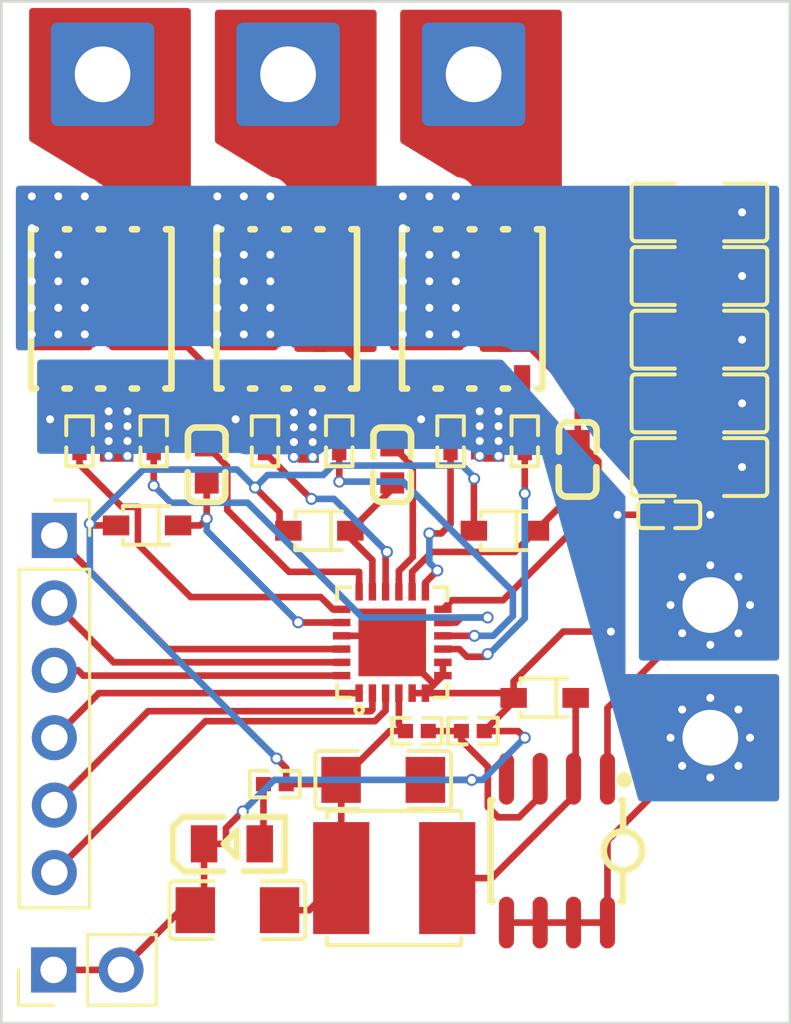
<source format=kicad_pcb>
(kicad_pcb (version 20221018) (generator pcbnew)
  (layers (0 "F.Cu" signal) (31 "B.Cu" signal) (34 "B.Paste" user) (35 "F.Paste" user) (36 "B.SilkS" user "B.Silkscreen") (37 "F.SilkS" user "F.Silkscreen") (38 "B.Mask" user) (39 "F.Mask" user) (44 "Edge.Cuts" user))
  (net 0 "")
  (net 1 "/12V")
  (net 2 "/VS1")
  (net 3 "/VS2")
  (net 4 "/VS3")
  (net 5 "/GND")
  (net 6 "/HV_IN")
  (net 7 "Net-(D1-K)")
  (net 8 "/LOR1")
  (net 9 "/HOR1")
  (net 10 "/LOR2")
  (net 11 "/HOR2")
  (net 12 "/LOR3")
  (net 13 "/HOR3")
  (net 14 "Net-(U7-FB)")
  (net 15 "/PWM_CH3N")
  (net 16 "/PWM_CH2N")
  (net 17 "/PWM_CH1N")
  (net 18 "/PWM_CH3")
  (net 19 "/PWM_CH2")
  (net 20 "/PWM_CH1")
  (net 22 "/VB1")
  (net 23 "/VB2")
  (net 24 "/VB3")
  (net 25 "Net-(LED1-+)")
  (net 26 "Net-(U1-LO3)")
  (net 27 "Net-(U1-LO2)")
  (net 28 "Net-(U1-LO1)")
  (net 29 "Net-(U1-HO2)")
  (net 30 "Net-(U1-HO1)")
  (net 31 "Net-(U1-HO3)")
  (footprint "my_lib:C0603" (layer "F.Cu") (at 161 96.505 90)
    (fp_text reference "C4" hide)
    (fp_text value "470nF" hide)
  )
  (footprint "my_lib:LED0805-R-RD" (layer "F.Cu") (at 147.95 111)
    (fp_text reference "LED1" hide)
    (fp_text value "FC-2012HRK-620D" hide)
  )
  (footprint "my_lib:C1206" (layer "F.Cu") (at 165.59 89.6 180)
    (fp_text reference "C13" hide)
    (fp_text value "10uF" hide)
  )
  (footprint "my_lib:C0603" (layer "F.Cu") (at 154 96.7 90)
    (fp_text reference "C3" hide)
    (fp_text value "470nF" hide)
  )
  (footprint "my_lib:C0603" (layer "F.Cu") (at 147 96.7 90)
    (fp_text reference "C2" hide)
    (fp_text value "470nF" hide)
  )
  (footprint "my_lib:DFN-8_L5.5-W5.2-P1.27-LS6.0-BL-EP2" (layer "F.Cu") (at 157 92)
    (fp_text reference "Q3" hide)
    (fp_text value "SE3082G" hide)
  )
  (footprint "Connector_Wire:SolderWire-1.5sqmm_1x01_D1.7mm_OD3.9mm" (layer "F.Cu") (at 166 107)
    (fp_text reference "J5" hide)
    (fp_text value "GND" hide)
  )
  (footprint "Connector_Wire:SolderWire-1.5sqmm_1x01_D1.7mm_OD3.9mm" (layer "F.Cu") (at 157.07 82)
    (fp_text reference "J3" hide)
    (fp_text value "VOUT_VS3" hide)
  )
  (footprint "Connector_Wire:SolderWire-1.5sqmm_1x01_D1.7mm_OD3.9mm" (layer "F.Cu") (at 150.07 82)
    (fp_text reference "J2" hide)
    (fp_text value "VOUT_VS2" hide)
  )
  (footprint "my_lib:R0402" (layer "F.Cu") (at 159 95.83 90)
    (fp_text reference "R3" hide)
    (fp_text value "22R" hide)
  )
  (footprint "my_lib:C1206" (layer "F.Cu") (at 165.59 94.4 180)
    (fp_text reference "C11" hide)
    (fp_text value "10uF" hide)
  )
  (footprint "my_lib:SOD-323_L1.8-W1.3-LS2.5-RD" (layer "F.Cu") (at 144.75 99 180)
    (fp_text reference "D2" hide)
    (fp_text value "1N5819WS" hide)
  )
  (footprint "my_lib:SOD-323_L1.8-W1.3-LS2.5-RD" (layer "F.Cu") (at 151.25 99.2 180)
    (fp_text reference "D3" hide)
    (fp_text value "1N5819WS" hide)
  )
  (footprint "my_lib:IND-SMD_L5.0-W5.0" (layer "F.Cu") (at 154.075 112.29)
    (fp_text reference "L2" hide)
    (fp_text value "100uH" hide)
  )
  (footprint "my_lib:R0402" (layer "F.Cu") (at 142.2 95.83 -90)
    (fp_text reference "R9" hide)
    (fp_text value "22R" hide)
  )
  (footprint "my_lib:R0402" (layer "F.Cu") (at 154.93 106.75)
    (fp_text reference "R4" hide)
    (fp_text value "8.2kR" hide)
  )
  (footprint "my_lib:R0402" (layer "F.Cu") (at 156.2 95.83 90)
    (fp_text reference "R10" hide)
    (fp_text value "22R" hide)
  )
  (footprint "my_lib:C1206" (layer "F.Cu") (at 165.59 92 180)
    (fp_text reference "C12" hide)
    (fp_text value "10uF" hide)
  )
  (footprint "my_lib:R0402" (layer "F.Cu") (at 152 95.83 90)
    (fp_text reference "R6" hide)
    (fp_text value "22R" hide)
  )
  (footprint "my_lib:C0402" (layer "F.Cu") (at 164.45 98.6 180)
    (fp_text reference "C17" hide)
    (fp_text value "100nF" hide)
  )
  (footprint "my_lib:R0402" (layer "F.Cu") (at 145 95.83 90)
    (fp_text reference "R7" hide)
    (fp_text value "22R" hide)
  )
  (footprint "my_lib:R0402" (layer "F.Cu") (at 149.2 95.83 90)
    (fp_text reference "R8" hide)
    (fp_text value "22R" hide)
  )
  (footprint "my_lib:C1206" (layer "F.Cu") (at 148.16 113.5 180)
    (fp_text reference "C5" hide)
    (fp_text value "10uF" hide)
  )
  (footprint "my_lib:C1206" (layer "F.Cu") (at 165.59 87.2 180)
    (fp_text reference "C14" hide)
    (fp_text value "10uF" hide)
  )
  (footprint "Connector_Wire:SolderWire-1.5sqmm_1x01_D1.7mm_OD3.9mm" (layer "F.Cu") (at 166 102)
    (fp_text reference "J4" hide)
    (fp_text value "HV_IN" hide)
  )
  (footprint "my_lib:DFN-8_L5.5-W5.2-P1.27-LS6.0-BL-EP2" (layer "F.Cu") (at 143 92)
    (fp_text reference "Q1" hide)
    (fp_text value "SE3082G" hide)
  )
  (footprint "my_lib:QFN-24_L4.0-W4.0-P0.50-BL-EP2.6" (layer "F.Cu") (at 154 103.41)
    (fp_text reference "U1" hide)
    (fp_text value "FD6288Q_C328453" hide)
  )
  (footprint "Connector_Wire:SolderWire-1.5sqmm_1x01_D1.7mm_OD3.9mm" (layer "F.Cu") (at 143.07 82)
    (fp_text reference "J1" hide)
    (fp_text value "VOUT_VS1" hide)
  )
  (footprint "Connector_PinHeader_2.54mm:PinHeader_1x02_P2.54mm_Vertical" (layer "F.Cu") (at 141.225 115.75 90)
    (fp_text reference "J7" hide)
    (fp_text value "Conn_01x02" hide)
  )
  (footprint "my_lib:SOIC-8_L5.0-W4.0-P1.27-LS6.0-BL" (layer "F.Cu") (at 160.21 111.2575 180)
    (fp_text reference "U7" hide)
    (fp_text value "XL1509-ADJE1" hide)
  )
  (footprint "my_lib:R0402" (layer "F.Cu") (at 157.04 106.75)
    (fp_text reference "R5" hide)
    (fp_text value "1kR" hide)
  )
  (footprint "my_lib:SOD-323_L1.8-W1.3-LS2.5-RD" (layer "F.Cu") (at 158.25 99.2 180)
    (fp_text reference "D4" hide)
    (fp_text value "1N5819WS" hide)
  )
  (footprint "my_lib:DFN-8_L5.5-W5.2-P1.27-LS6.0-BL-EP2" (layer "F.Cu") (at 150 92)
    (fp_text reference "Q2" hide)
    (fp_text value "SE3082G" hide)
  )
  (footprint "my_lib:C1206" (layer "F.Cu") (at 165.59 96.8 180)
    (fp_text reference "C10" hide)
    (fp_text value "10uF" hide)
  )
  (footprint "my_lib:C1206" (layer "F.Cu") (at 153.66 108.59 180)
    (fp_text reference "C24" hide)
    (fp_text value "22uF" hide)
  )
  (footprint "Connector_PinSocket_2.54mm:PinSocket_1x06_P2.54mm_Vertical" (layer "F.Cu") (at 141.25 99.38)
    (fp_text reference "J6" hide)
    (fp_text value "Conn_01x06_Pin" hide)
  )
  (footprint "my_lib:R0402" (layer "F.Cu") (at 149.57 108.75 180)
    (fp_text reference "R1" hide)
    (fp_text value "510R" hide)
  )
  (footprint "my_lib:SOD-323_L1.8-W1.3-LS2.5-RD" (layer "F.Cu") (at 159.75 105.5 180)
    (fp_text reference "D1" hide)
    (fp_text value "1N5819WS" hide)
  )
  (gr_rect (start 139.25 79.25) (end 169 117.75) (stroke (width 0.1)) (fill none) (layer "Edge.Cuts"))
  (segment (start 152.075 112.29) (end 150.865 113.5) (width 0.25) (layer "F.Cu") (net 1))
  (segment (start 152.075 108.595) (end 152.07 108.59) (width 0.25) (layer "F.Cu") (net 1))
  (segment (start 151.91 108.75) (end 152.07 108.59) (width 0.25) (layer "F.Cu") (net 1))
  (segment (start 149.6338 107.7825) (end 150 108.1487) (width 0.25) (layer "F.Cu") (net 1))
  (segment (start 142.6906 98.9375) (end 142.7531 99) (width 0.25) (layer "F.Cu") (net 1))
  (segment (start 149.7472 98.8672) (end 150.08 99.2) (width 0.25) (layer "F.Cu") (net 1))
  (segment (start 152.075 112.29) (end 152.075 108.595) (width 0.25) (layer "F.Cu") (net 1))
  (segment (start 153.91 106.75) (end 154.5 106.75) (width 0.25) (layer "F.Cu") (net 1))
  (segment (start 150 108.1487) (end 150 108.75) (width 0.25) (layer "F.Cu") (net 1))
  (segment (start 152.07 108.59) (end 153.91 106.75) (width 0.25) (layer "F.Cu") (net 1))
  (segment (start 157.08 99.2) (end 157.08 97.26) (width 0.25) (layer "F.Cu") (net 1))
  (segment (start 143.58 99) (end 142.7531 99) (width 0.25) (layer "F.Cu") (net 1))
  (segment (start 148.8224 97.5733) (end 149.7472 98.4981) (width 0.25) (layer "F.Cu") (net 1))
  (segment (start 154.25 105.32) (end 154.25 106.5) (width 0.25) (layer "F.Cu") (net 1))
  (segment (start 150 108.75) (end 151.91 108.75) (width 0.25) (layer "F.Cu") (net 1))
  (segment (start 154.25 106.5) (end 154.5 106.75) (width 0.25) (layer "F.Cu") (net 1))
  (segment (start 149.7472 98.4981) (end 149.7472 98.8672) (width 0.25) (layer "F.Cu") (net 1))
  (segment (start 150.865 113.5) (end 149.75 113.5) (width 0.25) (layer "F.Cu") (net 1))
  (segment (start 142.59 98.9375) (end 142.6906 98.9375) (width 0.25) (layer "F.Cu") (net 1))
  (via (at 142.59 98.9375) (size 0.45) (drill 0.3) (layers "F.Cu" "B.Cu") (net 1))
  (via (at 148.8224 97.5733) (size 0.45) (drill 0.3) (layers "F.Cu" "B.Cu") (net 1))
  (via (at 157.09 97.24) (size 0.45) (drill 0.3) (layers "F.Cu" "B.Cu") (net 1))
  (via (at 149.6338 107.7825) (size 0.45) (drill 0.3) (layers "F.Cu" "B.Cu") (net 1))
  (segment (start 157.08 97.18) (end 156.645 96.745) (width 0.25) (layer "B.Cu") (net 1))
  (segment (start 144.605 96.895) (end 148.1441 96.895) (width 0.25) (layer "B.Cu") (net 1))
  (segment (start 156.645 96.745) (end 151.7494 96.745) (width 0.25) (layer "B.Cu") (net 1))
  (segment (start 142.59 100.7387) (end 142.59 98.9375) (width 0.25) (layer "B.Cu") (net 1))
  (segment (start 149.2957 97.1) (end 148.8224 97.5733) (width 0.25) (layer "B.Cu") (net 1))
  (segment (start 157.09 97.24) (end 157.08 97.25) (width 0.25) (layer "B.Cu") (net 1))
  (segment (start 157.08 97.23) (end 157.08 97.18) (width 0.25) (layer "B.Cu") (net 1))
  (segment (start 148.1441 96.895) (end 148.8224 97.5733) (width 0.25) (layer "B.Cu") (net 1))
  (segment (start 151.3944 97.1) (end 149.2957 97.1) (width 0.25) (layer "B.Cu") (net 1))
  (segment (start 149.6338 107.7825) (end 142.59 100.7387) (width 0.25) (layer "B.Cu") (net 1))
  (segment (start 151.7494 96.745) (end 151.3944 97.1) (width 0.25) (layer "B.Cu") (net 1))
  (segment (start 142.59 98.9375) (end 142.59 98.91) (width 0.25) (layer "B.Cu") (net 1))
  (segment (start 157.08 97.25) (end 157.08 97.27) (width 0.25) (layer "B.Cu") (net 1))
  (segment (start 157.09 97.24) (end 157.08 97.23) (width 0.25) (layer "B.Cu") (net 1))
  (segment (start 142.59 98.91) (end 144.605 96.895) (width 0.25) (layer "B.Cu") (net 1))
  (segment (start 152.75 101.5) (end 152.75 100.75) (width 0.25) (layer "F.Cu") (net 2))
  (segment (start 147 96) (end 147 93) (width 0.25) (layer "F.Cu") (net 2))
  (segment (start 147 96) (end 147.05 96) (width 0.25) (layer "F.Cu") (net 2))
  (segment (start 147 96) (end 147 96.0556) (width 0.25) (layer "F.Cu") (net 2))
  (segment (start 152.75 100.75) (end 150.105 100.75) (width 0.25) (layer "F.Cu") (net 2))
  (segment (start 150.105 100.75) (end 147.775 98.42) (width 0.25) (layer "F.Cu") (net 2))
  (segment (start 147 93) (end 146 92) (width 0.25) (layer "F.Cu") (net 2))
  (segment (start 147.775 98.42) (end 147.775 96.775) (width 0.25) (layer "F.Cu") (net 2))
  (segment (start 147.775 96.775) (end 147 96) (width 0.25) (layer "F.Cu") (net 2))
  (segment (start 154.775 100.192) (end 154.25 100.717) (width 0.25) (layer "F.Cu") (net 3))
  (segment (start 154 96) (end 153.9 96) (width 0.25) (layer "F.Cu") (net 3))
  (segment (start 154 94.105) (end 151.895 92) (width 0.25) (layer "F.Cu") (net 3))
  (segment (start 154 96) (end 154 94.105) (width 0.25) (layer "F.Cu") (net 3))
  (segment (start 154.775 96.775) (end 154.775 100.192) (width 0.25) (layer "F.Cu") (net 3))
  (segment (start 154.25 100.717) (end 154.25 101.5) (width 0.25) (layer "F.Cu") (net 3))
  (segment (start 154 96) (end 154.775 96.775) (width 0.25) (layer "F.Cu") (net 3))
  (segment (start 161 95.805) (end 160.695 95.805) (width 0.25) (layer "F.Cu") (net 4))
  (segment (start 158.18 101.82) (end 156.25 101.82) (width 0.25) (layer "F.Cu") (net 4))
  (segment (start 161.775 96.58) (end 161.775 98.225) (width 0.25) (layer "F.Cu") (net 4))
  (segment (start 161 94.105) (end 158.895 92) (width 0.25) (layer "F.Cu") (net 4))
  (segment (start 161.775 98.225) (end 158.18 101.82) (width 0.25) (layer "F.Cu") (net 4))
  (segment (start 156.25 101.82) (end 155.91 102.16) (width 0.25) (layer "F.Cu") (net 4))
  (segment (start 161 95.805) (end 161.775 96.58) (width 0.25) (layer "F.Cu") (net 4))
  (segment (start 161 95.805) (end 161 94.105) (width 0.25) (layer "F.Cu") (net 4))
  (segment (start 155.25 108.59) (end 157 108.59) (width 0.25) (layer "F.Cu") (net 5))
  (segment (start 157.47 106.75) (end 158.75 106.75) (width 0.25) (layer "F.Cu") (net 5))
  (segment (start 158.31 113.968) (end 158.3105 113.968) (width 0.25) (layer "F.Cu") (net 5))
  (segment (start 164 92) (end 164 90.8081) (width 0.25) (layer "F.Cu") (net 5))
  (segment (start 163.9 95.7108) (end 164 95.8108) (width 0.25) (layer "F.Cu") (net 5))
  (segment (start 164 89.1077) (end 164 89.6) (width 0.25) (layer "F.Cu") (net 5))
  (segment (start 160.8405 113.968) (end 162.12 113.968) (width 0.25) (layer "F.Cu") (net 5))
  (segment (start 146.015 113.5) (end 143.765 115.75) (width 0.25) (layer "F.Cu") (net 5))
  (segment (start 164.939 108.061) (end 166 107) (width 0.25) (layer "F.Cu") (net 5))
  (segment (start 162.12 113.968) (end 162.12 113.9675) (width 0.25) (layer "F.Cu") (net 5))
  (segment (start 162.12 113.9675) (end 162.12 110.88) (width 0.25) (layer "F.Cu") (net 5))
  (segment (start 146.9 111) (end 146.9 113.17) (width 0.25) (layer "F.Cu") (net 5))
  (segment (start 148.09 93.66) (end 148.09 95) (width 0.25) (layer "F.Cu") (net 5))
  (segment (start 146.9 113.17) (end 146.57 113.5) (width 0.25) (layer "F.Cu") (net 5))
  (segment (start 163.9 90.7155) (end 163.9 89.0077) (width 0.25) (layer "F.Cu") (net 5))
  (segment (start 146.57 113.5) (end 146.015 113.5) (width 0.25) (layer "F.Cu") (net 5))
  (segment (start 158.58 105.5) (end 158.58 105.64) (width 0.25) (layer "F.Cu") (net 5))
  (segment (start 163.9 90.7155) (end 163.9926 90.8081) (width 0.25) (layer "F.Cu") (net 5))
  (segment (start 155.09 93.66) (end 155.09 95) (width 0.25) (layer "F.Cu") (net 5))
  (segment (start 146.9 111) (end 147.7269 111) (width 0.25) (layer "F.Cu") (net 5))
  (segment (start 162.12 110.88) (end 164.939 108.061) (width 0.25) (layer "F.Cu") (net 5))
  (segment (start 158.4 105.32) (end 158.58 105.5) (width 0.25) (layer "F.Cu") (net 5))
  (segment (start 141.09 93.66) (end 141.09 95) (width 0.25) (layer "F.Cu") (net 5))
  (segment (start 158.58 104.875) (end 160.455 103) (width 0.25) (layer "F.Cu") (net 5))
  (segment (start 152.09 103.16) (end 153.75 103.16) (width 0.25) (layer "F.Cu") (net 5))
  (segment (start 141.225 115.75) (end 143.765 115.75) (width 0.25) (layer "F.Cu") (net 5))
  (segment (start 155.25 105.32) (end 155.64 105.32) (width 0.25) (layer "F.Cu") (net 5))
  (segment (start 154 103.41) (end 155.535 104.945) (width 0.25) (layer "F.Cu") (net 5))
  (segment (start 163.9926 90.8081) (end 164 90.8081) (width 0.25) (layer "F.Cu") (net 5))
  (segment (start 158.58 105.64) (end 157.47 106.75) (width 0.25) (layer "F.Cu") (net 5))
  (segment (start 147.7269 110.4092) (end 147.7269 111) (width 0.25) (layer "F.Cu") (net 5))
  (segment (start 155.64 105.32) (end 158.4 105.32) (width 0.25) (layer "F.Cu") (net 5))
  (segment (start 155.535 105.035) (end 155.91 104.66) (width 0.25) (layer "F.Cu") (net 5))
  (segment (start 162.5 98.6) (end 163.9 98.6) (width 0.25) (layer "F.Cu") (net 5))
  (segment (start 167.5 108.5) (end 166 107) (width 0.25) (layer "F.Cu") (net 5))
  (segment (start 159.5795 113.968) (end 159.58 113.9675) (width 0.25) (layer "F.Cu") (net 5))
  (segment (start 163.9 89.0077) (end 163.9 87.3) (width 0.25) (layer "F.Cu") (net 5))
  (segment (start 154 103.41) (end 154.01 103.41) (width 0.25) (layer "F.Cu") (net 5))
  (segment (start 160.455 103) (end 162.25 103) (width 0.25) (layer "F.Cu") (net 5))
  (segment (start 163.9 95.7108) (end 163.9 93.1918) (width 0.25) (layer "F.Cu") (net 5))
  (segment (start 158.3105 113.968) (end 158.31 113.9675) (width 0.25) (layer "F.Cu") (net 5))
  (segment (start 158.75 106.75) (end 159 107) (width 0.25) (layer "F.Cu") (net 5))
  (segment (start 159.5795 113.968) (end 160.8405 113.968) (width 0.25) (layer "F.Cu") (net 5))
  (segment (start 163.9 98.6) (end 163.9 95.7108) (width 0.25) (layer "F.Cu") (net 5))
  (segment (start 155.25 105.32) (end 155.535 105.035) (width 0.25) (layer "F.Cu") (net 5))
  (segment (start 163.9163 93.2081) (end 164 93.2081) (width 0.25) (layer "F.Cu") (net 5))
  (segment (start 155.25 105.32) (end 154.75 105.32) (width 0.25) (layer "F.Cu") (net 5))
  (segment (start 155.91 104.16) (end 155.91 104.66) (width 0.25) (layer "F.Cu") (net 5))
  (segment (start 163.9 87.3) (end 164 87.2) (width 0.25) (layer "F.Cu") (net 5))
  (segment (start 164 95.8108) (end 164 96.8) (width 0.25) (layer "F.Cu") (net 5))
  (segment (start 164 94.4) (end 164 93.2081) (width 0.25) (layer "F.Cu") (net 5))
  (segment (start 164.96 108.081) (end 164.939 108.061) (width 0.25) (layer "F.Cu") (net 5))
  (segment (start 163.9 93.1918) (end 163.9 90.7155) (width 0.25) (layer "F.Cu") (net 5))
  (segment (start 158.3105 113.968) (end 159.5795 113.968) (width 0.25) (layer "F.Cu") (net 5))
  (segment (start 163.9 89.0077) (end 164 89.1077) (width 0.25) (layer "F.Cu") (net 5))
  (segment (start 158.58 105.5) (end 158.58 104.875) (width 0.25) (layer "F.Cu") (net 5))
  (segment (start 148.3611 109.775) (end 147.7269 110.4092) (width 0.25) (layer "F.Cu") (net 5))
  (segment (start 153.75 103.16) (end 154 103.41) (width 0.25) (layer "F.Cu") (net 5))
  (segment (start 163.9 93.1918) (end 163.9163 93.2081) (width 0.25) (layer "F.Cu") (net 5))
  (segment (start 155.535 104.945) (end 155.535 105.035) (width 0.25) (layer "F.Cu") (net 5))
  (segment (start 155.25 105.32) (end 155.64 105.32) (width 0.25) (layer "F.Cu") (net 5))
  (segment (start 160.8405 113.968) (end 160.84 113.9675) (width 0.25) (layer "F.Cu") (net 5))
  (via (at 164.5 107) (size 0.45) (drill 0.3) (layers "F.Cu" "B.Cu") (net 5))
  (via (at 143.3 96.38) (size 0.45) (drill 0.3) (layers "F.Cu" "B.Cu") (net 5))
  (via (at 151 96.42) (size 0.45) (drill 0.3) (layers "F.Cu" "B.Cu") (net 5))
  (via (at 162.5 98.6) (size 0.45) (drill 0.3) (layers "F.Cu" "B.Cu") (net 5))
  (via (at 157.3 94.7) (size 0.45) (drill 0.3) (layers "F.Cu" "B.Cu") (net 5))
  (via (at 150.29 94.74) (size 0.45) (drill 0.3) (layers "F.Cu" "B.Cu") (net 5))
  (via (at 157 108.59) (size 0.45) (drill 0.3) (layers "F.Cu" "B.Cu") (net 5))
  (via (at 157.3 95.82) (size 0.45) (drill 0.3) (layers "F.Cu" "B.Cu") (net 5))
  (via (at 144.01 95.82) (size 0.45) (drill 0.3) (layers "F.Cu" "B.Cu") (net 5))
  (via (at 148.3611 109.775) (size 0.45) (drill 0.3) (layers "F.Cu" "B.Cu") (net 5))
  (via (at 166 108.5) (size 0.45) (drill 0.3) (layers "F.Cu" "B.Cu") (net 5))
  (via (at 155.09 95) (size 0.45) (drill 0.3) (layers "F.Cu" "B.Cu") (net 5))
  (via (at 164.939 105.939) (size 0.45) (drill 0.3) (layers "F.Cu" "B.Cu") (net 5))
  (via (at 150.29 95.3) (size 0.45) (drill 0.3) (layers "F.Cu" "B.Cu") (net 5))
  (via (at 143.3 94.7) (size 0.45) (drill 0.3) (layers "F.Cu" "B.Cu") (net 5))
  (via (at 167.5 107) (size 0.45) (drill 0.3) (layers "F.Cu" "B.Cu") (net 5))
  (via (at 141.09 95) (size 0.45) (drill 0.3) (layers "F.Cu" "B.Cu") (net 5))
  (via (at 158.01 95.26) (size 0.45) (drill 0.3) (layers "F.Cu" "B.Cu") (net 5))
  (via (at 164.939 108.061) (size 0.45) (drill 0.3) (layers "F.Cu" "B.Cu") (net 5))
  (via (at 166 105.5) (size 0.45) (drill 0.3) (layers "F.Cu" "B.Cu") (net 5))
  (via (at 150.29 95.86) (size 0.45) (drill 0.3) (layers "F.Cu" "B.Cu") (net 5))
  (via (at 151 95.86) (size 0.45) (drill 0.3) (layers "F.Cu" "B.Cu") (net 5))
  (via (at 143.3 95.82) (size 0.45) (drill 0.3) (layers "F.Cu" "B.Cu") (net 5))
  (via (at 143.3 95.26) (size 0.45) (drill 0.3) (layers "F.Cu" "B.Cu") (net 5))
  (via (at 148.09 95) (size 0.45) (drill 0.3) (layers "F.Cu" "B.Cu") (net 5))
  (via (at 157.3 95.26) (size 0.45) (drill 0.3) (layers "F.Cu" "B.Cu") (net 5))
  (via (at 158.01 94.7) (size 0.45) (drill 0.3) (layers "F.Cu" "B.Cu") (net 5))
  (via (at 144.01 96.38) (size 0.45) (drill 0.3) (layers "F.Cu" "B.Cu") (net 5))
  (via (at 150.29 96.42) (size 0.45) (drill 0.3) (layers "F.Cu" "B.Cu") (net 5))
  (via (at 157.3 96.38) (size 0.45) (drill 0.3) (layers "F.Cu" "B.Cu") (net 5))
  (via (at 151 94.74) (size 0.45) (drill 0.3) (layers "F.Cu" "B.Cu") (net 5))
  (via (at 151 95.3) (size 0.45) (drill 0.3) (layers "F.Cu" "B.Cu") (net 5))
  (via (at 158.01 95.82) (size 0.45) (drill 0.3) (layers "F.Cu" "B.Cu") (net 5))
  (via (at 167.061 105.939) (size 0.45) (drill 0.3) (layers "F.Cu" "B.Cu") (net 5))
  (via (at 144.01 95.26) (size 0.45) (drill 0.3) (layers "F.Cu" "B.Cu") (net 5))
  (via (at 159 107) (size 0.45) (drill 0.3) (layers "F.Cu" "B.Cu") (net 5))
  (via (at 162.25 103) (size 0.45) (drill 0.3) (layers "F.Cu" "B.Cu") (net 5))
  (via (at 144.01 94.7) (size 0.45) (drill 0.3) (layers "F.Cu" "B.Cu") (net 5))
  (via (at 158.01 96.38) (size 0.45) (drill 0.3) (layers "F.Cu" "B.Cu") (net 5))
  (via (at 167.061 108.061) (size 0.45) (drill 0.3) (layers "F.Cu" "B.Cu") (net 5))
  (segment (start 157 108.59) (end 149.5461 108.59) (width 0.25) (layer "B.Cu") (net 5))
  (segment (start 157 108.59) (end 157.41 108.59) (width 0.25) (layer "B.Cu") (net 5))
  (segment (start 149.5461 108.59) (end 148.3611 109.775) (width 0.25) (layer "B.Cu") (net 5))
  (segment (start 157.41 108.59) (end 159 107) (width 0.25) (layer "B.Cu") (net 5))
  (segment (start 162.12 108.548) (end 162.12 108.5475) (width 0.25) (layer "F.Cu") (net 6))
  (segment (start 167.2 96.8) (end 167.18 96.8) (width 0.25) (layer "F.Cu") (net 6))
  (segment (start 167.2 94.4) (end 167.18 94.4) (width 0.25) (layer "F.Cu") (net 6))
  (segment (start 162.12 105.88) (end 166 102) (width 0.25) (layer "F.Cu") (net 6))
  (segment (start 162.12 108.5475) (end 162.12 105.88) (width 0.25) (layer "F.Cu") (net 6))
  (segment (start 165 98.6) (end 166 98.6) (width 0.25) (layer "F.Cu") (net 6))
  (segment (start 167.2 89.6) (end 167.18 89.6) (width 0.25) (layer "F.Cu") (net 6))
  (segment (start 167.2 92) (end 167.18 92) (width 0.25) (layer "F.Cu") (net 6))
  (segment (start 167.2 87.2) (end 167.18 87.2) (width 0.25) (layer "F.Cu") (net 6))
  (via (at 154.4 86.6) (size 0.45) (drill 0.3) (layers "F.Cu" "B.Cu") (net 6))
  (via (at 167.2 92) (size 0.45) (drill 0.3) (layers "F.Cu" "B.Cu") (net 6))
  (via (at 141.4 88.8) (size 0.45) (drill 0.3) (layers "F.Cu" "B.Cu") (net 6))
  (via (at 155.4 91.8) (size 0.45) (drill 0.3) (layers "F.Cu" "B.Cu") (net 6))
  (via (at 147.4 87.8) (size 0.45) (drill 0.3) (layers "F.Cu" "B.Cu") (net 6))
  (via (at 154.4 90.8) (size 0.45) (drill 0.3) (layers "F.Cu" "B.Cu") (net 6))
  (via (at 154.4 87.8) (size 0.45) (drill 0.3) (layers "F.Cu" "B.Cu") (net 6))
  (via (at 147.4 88.8) (size 0.45) (drill 0.3) (layers "F.Cu" "B.Cu") (net 6))
  (via (at 140.4 86.6) (size 0.45) (drill 0.3) (layers "F.Cu" "B.Cu") (net 6))
  (via (at 148.4 91.8) (size 0.45) (drill 0.3) (layers "F.Cu" "B.Cu") (net 6))
  (via (at 155.4 86.6) (size 0.45) (drill 0.3) (layers "F.Cu" "B.Cu") (net 6))
  (via (at 148.4 90.8) (size 0.45) (drill 0.3) (layers "F.Cu" "B.Cu") (net 6))
  (via (at 155.4 90.8) (size 0.45) (drill 0.3) (layers "F.Cu" "B.Cu") (net 6))
  (via (at 156.4 89.8) (size 0.45) (drill 0.3) (layers "F.Cu" "B.Cu") (net 6))
  (via (at 140.4 89.8) (size 0.45) (drill 0.3) (layers "F.Cu" "B.Cu") (net 6))
  (via (at 141.4 89.8) (size 0.45) (drill 0.3) (layers "F.Cu" "B.Cu") (net 6))
  (via (at 167.2 94.4) (size 0.45) (drill 0.3) (layers "F.Cu" "B.Cu") (net 6))
  (via (at 155.4 89.8) (size 0.45) (drill 0.3) (layers "F.Cu" "B.Cu") (net 6))
  (via (at 156.4 88.8) (size 0.45) (drill 0.3) (layers "F.Cu" "B.Cu") (net 6))
  (via (at 149.4 86.6) (size 0.45) (drill 0.3) (layers "F.Cu" "B.Cu") (net 6))
  (via (at 167.2 89.6) (size 0.45) (drill 0.3) (layers "F.Cu" "B.Cu") (net 6))
  (via (at 141.4 90.8) (size 0.45) (drill 0.3) (layers "F.Cu" "B.Cu") (net 6))
  (via (at 154.4 91.8) (size 0.45) (drill 0.3) (layers "F.Cu" "B.Cu") (net 6))
  (via (at 164.5 102) (size 0.45) (drill 0.3) (layers "F.Cu" "B.Cu") (net 6))
  (via (at 142.4 90.8) (size 0.45) (drill 0.3) (layers "F.Cu" "B.Cu") (net 6))
  (via (at 167.5 102) (size 0.45) (drill 0.3) (layers "F.Cu" "B.Cu") (net 6))
  (via (at 154.4 89.8) (size 0.45) (drill 0.3) (layers "F.Cu" "B.Cu") (net 6))
  (via (at 141.4 86.6) (size 0.45) (drill 0.3) (layers "F.Cu" "B.Cu") (net 6))
  (via (at 147.4 91.8) (size 0.45) (drill 0.3) (layers "F.Cu" "B.Cu") (net 6))
  (via (at 166 100.5) (size 0.45) (drill 0.3) (layers "F.Cu" "B.Cu") (net 6))
  (via (at 141.4 91.8) (size 0.45) (drill 0.3) (layers "F.Cu" "B.Cu") (net 6))
  (via (at 167.2 96.8) (size 0.45) (drill 0.3) (layers "F.Cu" "B.Cu") (net 6))
  (via (at 149.4 90.8) (size 0.45) (drill 0.3) (layers "F.Cu" "B.Cu") (net 6))
  (via (at 166 98.6) (size 0.45) (drill 0.3) (layers "F.Cu" "B.Cu") (net 6))
  (via (at 156.4 90.8) (size 0.45) (drill 0.3) (layers "F.Cu" "B.Cu") (net 6))
  (via (at 148.4 86.6) (size 0.45) (drill 0.3) (layers "F.Cu" "B.Cu") (net 6))
  (via (at 147.4 89.8) (size 0.45) (drill 0.3) (layers "F.Cu" "B.Cu") (net 6))
  (via (at 167.061 100.939) (size 0.45) (drill 0.3) (layers "F.Cu" "B.Cu") (net 6))
  (via (at 149.4 91.8) (size 0.45) (drill 0.3) (layers "F.Cu" "B.Cu") (net 6))
  (via (at 156.4 86.6) (size 0.45) (drill 0.3) (layers "F.Cu" "B.Cu") (net 6))
  (via (at 154.4 88.8) (size 0.45) (drill 0.3) (layers "F.Cu" "B.Cu") (net 6))
  (via (at 148.4 89.8) (size 0.45) (drill 0.3) (layers "F.Cu" "B.Cu") (net 6))
  (via (at 142.4 91.8) (size 0.45) (drill 0.3) (layers "F.Cu" "B.Cu") (net 6))
  (via (at 140.4 88.8) (size 0.45) (drill 0.3) (layers "F.Cu" "B.Cu") (net 6))
  (via (at 147.4 86.6) (size 0.45) (drill 0.3) (layers "F.Cu" "B.Cu") (net 6))
  (via (at 164.939 103.061) (size 0.45) (drill 0.3) (layers "F.Cu" "B.Cu") (net 6))
  (via (at 147.4 90.8) (size 0.45) (drill 0.3) (layers "F.Cu" "B.Cu") (net 6))
  (via (at 140.4 87.8) (size 0.45) (drill 0.3) (layers "F.Cu" "B.Cu") (net 6))
  (via (at 167.2 87.2) (size 0.45) (drill 0.3) (layers "F.Cu" "B.Cu") (net 6))
  (via (at 140.4 91.8) (size 0.45) (drill 0.3) (layers "F.Cu" "B.Cu") (net 6))
  (via (at 142.4 86.6) (size 0.45) (drill 0.3) (layers "F.Cu" "B.Cu") (net 6))
  (via (at 149.4 88.8) (size 0.45) (drill 0.3) (layers "F.Cu" "B.Cu") (net 6))
  (via (at 155.4 88.8) (size 0.45) (drill 0.3) (layers "F.Cu" "B.Cu") (net 6))
  (via (at 149.4 89.8) (size 0.45) (drill 0.3) (layers "F.Cu" "B.Cu") (net 6))
  (via (at 164.939 100.939) (size 0.45) (drill 0.3) (layers "F.Cu" "B.Cu") (net 6))
  (via (at 166 103.5) (size 0.45) (drill 0.3) (layers "F.Cu" "B.Cu") (net 6))
  (via (at 148.4 88.8) (size 0.45) (drill 0.3) (layers "F.Cu" "B.Cu") (net 6))
  (via (at 156.4 91.8) (size 0.45) (drill 0.3) (layers "F.Cu" "B.Cu") (net 6))
  (via (at 140.4 90.8) (size 0.45) (drill 0.3) (layers "F.Cu" "B.Cu") (net 6))
  (via (at 167.061 103.061) (size 0.45) (drill 0.3) (layers "F.Cu" "B.Cu") (net 6))
  (via (at 142.4 89.8) (size 0.45) (drill 0.3) (layers "F.Cu" "B.Cu") (net 6))
  (segment (start 156.075 112.29) (end 157.753 112.29) (width 0.25) (layer "F.Cu") (net 7))
  (segment (start 160.84 109.202) (end 160.84 108.548) (width 0.25) (layer "F.Cu") (net 7))
  (segment (start 157.753 112.29) (end 160.84 109.202) (width 0.25) (layer "F.Cu") (net 7))
  (segment (start 160.88 108.508) (end 160.8795 108.508) (width 0.25) (layer "F.Cu") (net 7))
  (segment (start 160.84 108.548) (end 160.88 108.508) (width 0.25) (layer "F.Cu") (net 7))
  (segment (start 160.8795 108.508) (end 160.84 108.5475) (width 0.25) (layer "F.Cu") (net 7))
  (segment (start 160.88 108.508) (end 160.92 108.468) (width 0.25) (layer "F.Cu") (net 7))
  (segment (start 160.92 108.468) (end 160.92 105.5) (width 0.25) (layer "F.Cu") (net 7))
  (segment (start 144.9 95.3) (end 145 95.4) (width 0.25) (layer "F.Cu") (net 8))
  (segment (start 144.9 93.66) (end 144.9 95.3) (width 0.25) (layer "F.Cu") (net 8))
  (segment (start 142.36 95.24) (end 142.2 95.4) (width 0.25) (layer "F.Cu") (net 9))
  (segment (start 142.36 93.66) (end 142.36 95.24) (width 0.25) (layer "F.Cu") (net 9))
  (segment (start 151.9 95.3) (end 152 95.4) (width 0.25) (layer "F.Cu") (net 10))
  (segment (start 151.9 93.66) (end 151.9 95.3) (width 0.25) (layer "F.Cu") (net 10))
  (segment (start 149.36 95.24) (end 149.2 95.4) (width 0.25) (layer "F.Cu") (net 11))
  (segment (start 149.36 93.66) (end 149.36 95.24) (width 0.25) (layer "F.Cu") (net 11))
  (segment (start 158.9 93.66) (end 158.9 95.3) (width 0.25) (layer "F.Cu") (net 12))
  (segment (start 158.9 95.3) (end 159 95.4) (width 0.25) (layer "F.Cu") (net 12))
  (segment (start 156.36 95.24) (end 156.2 95.4) (width 0.25) (layer "F.Cu") (net 13))
  (segment (start 156.36 93.66) (end 156.36 95.24) (width 0.25) (layer "F.Cu") (net 13))
  (segment (start 155.36 106.75) (end 156.61 106.75) (width 0.25) (layer "F.Cu") (net 14))
  (segment (start 158 110) (end 157.605 109.605) (width 0.25) (layer "F.Cu") (net 14))
  (segment (start 159.58 108.5475) (end 159.58 109.202) (width 0.25) (layer "F.Cu") (net 14))
  (segment (start 159.58 109.202) (end 158.783 110) (width 0.25) (layer "F.Cu") (net 14))
  (segment (start 159.58 108.265) (end 159.58 108.5475) (width 0.25) (layer "F.Cu") (net 14))
  (segment (start 157.605 109.605) (end 157.605 108.09) (width 0.25) (layer "F.Cu") (net 14))
  (segment (start 157.605 108.09) (end 156.61 107.095) (width 0.25) (layer "F.Cu") (net 14))
  (segment (start 158.783 110) (end 158 110) (width 0.25) (layer "F.Cu") (net 14))
  (segment (start 156.61 107.095) (end 156.61 106.75) (width 0.25) (layer "F.Cu") (net 14))
  (segment (start 142.93 105.32) (end 141.25 107) (width 0.25) (layer "F.Cu") (net 15))
  (segment (start 152.75 105.32) (end 142.93 105.32) (width 0.25) (layer "F.Cu") (net 15))
  (segment (start 153.25 105.32) (end 153.25 105.94) (width 0.25) (layer "F.Cu") (net 16))
  (segment (start 144.79 106) (end 141.25 109.54) (width 0.25) (layer "F.Cu") (net 16))
  (segment (start 153.19 106) (end 144.79 106) (width 0.25) (layer "F.Cu") (net 16))
  (segment (start 153.25 105.94) (end 153.19 106) (width 0.25) (layer "F.Cu") (net 16))
  (segment (start 146.953 106.377) (end 141.25 112.08) (width 0.25) (layer "F.Cu") (net 17))
  (segment (start 153.75 105.973) (end 153.346 106.377) (width 0.25) (layer "F.Cu") (net 17))
  (segment (start 153.75 105.32) (end 153.75 105.973) (width 0.25) (layer "F.Cu") (net 17))
  (segment (start 153.346 106.377) (end 146.953 106.377) (width 0.25) (layer "F.Cu") (net 17))
  (segment (start 145.53 103.66) (end 141.25 99.38) (width 0.25) (layer "F.Cu") (net 18))
  (segment (start 152.09 103.66) (end 145.53 103.66) (width 0.25) (layer "F.Cu") (net 18))
  (segment (start 152.09 104.16) (end 143.49 104.16) (width 0.25) (layer "F.Cu") (net 19))
  (segment (start 143.49 104.16) (end 141.25 101.92) (width 0.25) (layer "F.Cu") (net 19))
  (segment (start 142.34 104.66) (end 142.14 104.46) (width 0.25) (layer "F.Cu") (net 20))
  (segment (start 142.14 104.46) (end 141.25 104.46) (width 0.25) (layer "F.Cu") (net 20))
  (segment (start 152.09 104.66) (end 142.34 104.66) (width 0.25) (layer "F.Cu") (net 20))
  (segment (start 146.75 99) (end 147 98.75) (width 0.25) (layer "F.Cu") (net 22))
  (segment (start 150.55 102.66) (end 150.45 102.65) (width 0.25) (layer "F.Cu") (net 22))
  (segment (start 145.92 99) (end 146.75 99) (width 0.25) (layer "F.Cu") (net 22))
  (segment (start 150.45 102.65) (end 150.53 102.66) (width 0.25) (layer "F.Cu") (net 22))
  (segment (start 147 98.75) (end 147 97.62) (width 0.25) (layer "F.Cu") (net 22))
  (segment (start 150.53 102.66) (end 150.54 102.66) (width 0.25) (layer "F.Cu") (net 22))
  (segment (start 152.09 102.66) (end 150.55 102.66) (width 0.25) (layer "F.Cu") (net 22))
  (segment (start 147 97.62) (end 147 97.4) (width 0.25) (layer "F.Cu") (net 22))
  (via (at 147 98.75) (size 0.45) (drill 0.3) (layers "F.Cu" "B.Cu") (net 22))
  (via (at 150.45 102.65) (size 0.45) (drill 0.3) (layers "F.Cu" "B.Cu") (net 22))
  (segment (start 147 99.2) (end 147 98.75) (width 0.25) (layer "B.Cu") (net 22))
  (segment (start 150.45 102.65) (end 147 99.2) (width 0.25) (layer "B.Cu") (net 22))
  (segment (start 154 97.4) (end 154 97.62) (width 0.25) (layer "F.Cu") (net 23))
  (segment (start 153.25 101.5) (end 153.25 100.3056) (width 0.25) (layer "F.Cu") (net 23))
  (segment (start 153.25 100.3056) (end 152.42 99.4756) (width 0.25) (layer "F.Cu") (net 23))
  (segment (start 152.42 99.4756) (end 152.42 99.2) (width 0.25) (layer "F.Cu") (net 23))
  (segment (start 154 97.62) (end 152.42 99.2) (width 0.25) (layer "F.Cu") (net 23))
  (segment (start 161 97.205) (end 161 97.62) (width 0.25) (layer "F.Cu") (net 24))
  (segment (start 155.5 100) (end 154.75 100.75) (width 0.25) (layer "F.Cu") (net 24))
  (segment (start 159.42 99.2) (end 158.62 100) (width 0.25) (layer "F.Cu") (net 24))
  (segment (start 158.62 100) (end 155.5 100) (width 0.25) (layer "F.Cu") (net 24))
  (segment (start 154.75 100.75) (end 154.75 101.5) (width 0.25) (layer "F.Cu") (net 24))
  (segment (start 161 97.62) (end 159.42 99.2) (width 0.25) (layer "F.Cu") (net 24))
  (segment (start 149.14 110.86) (end 149 111) (width 0.25) (layer "F.Cu") (net 25))
  (segment (start 149.14 108.75) (end 149.14 110.86) (width 0.25) (layer "F.Cu") (net 25))
  (segment (start 157.5 103.95) (end 156.82 103.95) (width 0.25) (layer "F.Cu") (net 26))
  (segment (start 159 97.8) (end 159 96.26) (width 0.25) (layer "F.Cu") (net 26))
  (segment (start 156.53 103.66) (end 155.91 103.66) (width 0.25) (layer "F.Cu") (net 26))
  (segment (start 157.6 103.85) (end 157.5 103.95) (width 0.25) (layer "F.Cu") (net 26))
  (segment (start 156.82 103.95) (end 156.53 103.66) (width 0.25) (layer "F.Cu") (net 26))
  (via (at 157.6 103.85) (size 0.45) (drill 0.3) (layers "F.Cu" "B.Cu") (net 26))
  (via (at 159 97.8) (size 0.45) (drill 0.3) (layers "F.Cu" "B.Cu") (net 26))
  (segment (start 157.6 103.85) (end 157.65 103.85) (width 0.25) (layer "B.Cu") (net 26))
  (segment (start 159 97.8) (end 159 97.85) (width 0.25) (layer "B.Cu") (net 26))
  (segment (start 159 97.85) (end 159 97.8) (width 0.25) (layer "B.Cu") (net 26))
  (segment (start 157.65 103.85) (end 159 102.5) (width 0.25) (layer "B.Cu") (net 26))
  (segment (start 159 102.5) (end 159 97.85) (width 0.25) (layer "B.Cu") (net 26))
  (segment (start 157.1 103.16) (end 157.1144 103.16) (width 0.25) (layer "F.Cu") (net 27))
  (segment (start 157.04 103.16) (end 157.1 103.16) (width 0.25) (layer "F.Cu") (net 27))
  (segment (start 152 96.26) (end 152 97.35) (width 0.25) (layer "F.Cu") (net 27))
  (segment (start 155.91 103.16) (end 157.04 103.16) (width 0.25) (layer "F.Cu") (net 27))
  (via (at 157.1 103.16) (size 0.45) (drill 0.3) (layers "F.Cu" "B.Cu") (net 27))
  (via (at 152 97.35) (size 0.45) (drill 0.3) (layers "F.Cu" "B.Cu") (net 27))
  (segment (start 157.806842 103.16) (end 158.55 102.416842) (width 0.25) (layer "B.Cu") (net 27))
  (segment (start 157.13 103.16) (end 157.806842 103.16) (width 0.25) (layer "B.Cu") (net 27))
  (segment (start 158.55 101.4944) (end 154.4056 97.35) (width 0.25) (layer "B.Cu") (net 27))
  (segment (start 158.55 102.416842) (end 158.55 101.4944) (width 0.25) (layer "B.Cu") (net 27))
  (segment (start 154.4056 97.35) (end 152 97.35) (width 0.25) (layer "B.Cu") (net 27))
  (segment (start 156.605 102.47) (end 157.51 102.47) (width 0.25) (layer "F.Cu") (net 28))
  (segment (start 156.605 102.47) (end 156.415 102.66) (width 0.25) (layer "F.Cu") (net 28))
  (segment (start 157.51 102.47) (end 157.49 102.47) (width 0.25) (layer "F.Cu") (net 28))
  (segment (start 145 96.26) (end 145 97.5) (width 0.25) (layer "F.Cu") (net 28))
  (segment (start 156.415 102.66) (end 155.91 102.66) (width 0.25) (layer "F.Cu") (net 28))
  (via (at 157.6 102.47) (size 0.45) (drill 0.3) (layers "F.Cu" "B.Cu") (net 28))
  (via (at 145 97.5) (size 0.45) (drill 0.3) (layers "F.Cu" "B.Cu") (net 28))
  (segment (start 145.645 98.145) (end 145 97.5) (width 0.25) (layer "B.Cu") (net 28))
  (segment (start 157.6 102.47) (end 152.87 102.47) (width 0.25) (layer "B.Cu") (net 28))
  (segment (start 152.87 102.47) (end 148.545 98.145) (width 0.25) (layer "B.Cu") (net 28))
  (segment (start 148.545 98.145) (end 145.645 98.145) (width 0.25) (layer "B.Cu") (net 28))
  (segment (start 150.95 98) (end 150.95 98.01) (width 0.25) (layer "F.Cu") (net 29))
  (segment (start 153.75 100.05) (end 153.8 100) (width 0.25) (layer "F.Cu") (net 29))
  (segment (start 150.94 98) (end 150.95 98) (width 0.25) (layer "F.Cu") (net 29))
  (segment (start 149.2 96.26) (end 150.94 98) (width 0.25) (layer "F.Cu") (net 29))
  (segment (start 153.75 101.5) (end 153.75 100.05) (width 0.25) (layer "F.Cu") (net 29))
  (via (at 153.8 100) (size 0.45) (drill 0.3) (layers "F.Cu" "B.Cu") (net 29))
  (via (at 150.95 98) (size 0.45) (drill 0.3) (layers "F.Cu" "B.Cu") (net 29))
  (segment (start 151.8 98) (end 153.8 100) (width 0.25) (layer "B.Cu") (net 29))
  (segment (start 150.95 98) (end 151.8 98) (width 0.25) (layer "B.Cu") (net 29))
  (segment (start 151.3 101.7) (end 146.395 101.7) (width 0.25) (layer "F.Cu") (net 30))
  (segment (start 142.2 96.7) (end 142.2 96.26) (width 0.25) (layer "F.Cu") (net 30))
  (segment (start 144.405 98.3) (end 143.8 98.3) (width 0.25) (layer "F.Cu") (net 30))
  (segment (start 144.395 99.7) (end 144.405 99.7) (width 0.25) (layer "F.Cu") (net 30))
  (segment (start 146.395 101.7) (end 144.395 99.7) (width 0.25) (layer "F.Cu") (net 30))
  (segment (start 152.09 102.16) (end 151.76 102.16) (width 0.25) (layer "F.Cu") (net 30))
  (segment (start 143.8 98.3) (end 142.2 96.7) (width 0.25) (layer "F.Cu") (net 30))
  (segment (start 151.76 102.16) (end 151.3 101.7) (width 0.25) (layer "F.Cu") (net 30))
  (segment (start 144.405 99.7) (end 144.405 98.3) (width 0.25) (layer "F.Cu") (net 30))
  (segment (start 155.85 99.3) (end 156.2 98.95) (width 0.25) (layer "F.Cu") (net 31))
  (segment (start 155.25 101.15) (end 155.7 100.7) (width 0.25) (layer "F.Cu") (net 31))
  (segment (start 156.2 96.26) (end 156.2 98.95) (width 0.25) (layer "F.Cu") (net 31))
  (segment (start 155.25 101.5) (end 155.25 101.15) (width 0.25) (layer "F.Cu") (net 31))
  (segment (start 155.4 99.3) (end 155.85 99.3) (width 0.25) (layer "F.Cu") (net 31))
  (via (at 155.4 99.3) (size 0.45) (drill 0.3) (layers "F.Cu" "B.Cu") (net 31))
  (via (at 155.7 100.7) (size 0.45) (drill 0.3) (layers "F.Cu" "B.Cu") (net 31))
  (segment (start 155.7 100.7) (end 155.4 100.4) (width 0.25) (layer "B.Cu") (net 31))
  (segment (start 155.4 100.4) (end 155.4 99.3) (width 0.25) (layer "B.Cu") (net 31))
  (zone (net 6) (net_name "/HV_IN") (layer "F.Cu") (connect_pads yes (clearance 0.5)) (min_thickness 0.25) (fill yes (thermal_gap 0.5) (thermal_bridge_width 0.5) (island_removal_mode 1) (island_area_min 10))
    (polygon (pts (xy 142.8 92.4) (xy 142.8 86.2) (xy 139.8 86.2) (xy 139.8 92.4)))
  )
  (zone (net 6) (net_name "/HV_IN") (layer "F.Cu") (priority 2) (connect_pads yes (clearance 0.5)) (min_thickness 0.25) (fill yes (thermal_gap 0.5) (thermal_bridge_width 0.5))
    (polygon (pts (xy 156.8 92.4) (xy 156.8 86.2) (xy 153.8 86.2) (xy 153.8 92.4)))
  )
  (zone (net 2) (net_name "/VS1") (layer "F.Cu") (priority 5) (connect_pads yes (clearance 0.5)) (min_thickness 0.25) (fill yes (thermal_gap 0.5) (thermal_bridge_width 0.5))
    (polygon (pts (xy 143.1 92.4) (xy 143.1 86.2) (xy 140.3 84.5) (xy 140.3 79.5) (xy 146.4 79.5) (xy 146.4 92.4)))
  )
  (zone (net 3) (net_name "/VS2") (layer "F.Cu") (priority 5) (connect_pads yes (clearance 0.5)) (min_thickness 0.25) (fill yes (thermal_gap 0.5) (thermal_bridge_width 0.5))
    (polygon (pts (xy 150.109599 92.466542) (xy 150.109599 86.266542) (xy 147.309599 84.566542) (xy 147.309599 79.566542) (xy 153.409599 79.566542) (xy 153.409599 92.466542)))
  )
  (zone (net 6) (net_name "/HV_IN") (layer "F.Cu") (priority 1) (connect_pads yes (clearance 0.5)) (min_thickness 0.25) (fill yes (thermal_gap 0.5) (thermal_bridge_width 0.5) (island_removal_mode 1) (island_area_min 10))
    (polygon (pts (xy 149.8 92.4) (xy 149.8 86.2) (xy 146.8 86.2) (xy 146.8 92.4)))
  )
  (zone (net 5) (net_name "/GND") (layer "F.Cu") (priority 4) (connect_pads yes (clearance 0.5)) (min_thickness 0.025) (fill yes (thermal_gap 0) (thermal_bridge_width 0.025) (island_removal_mode 1) (island_area_min 10))
    (polygon (pts (xy 150.09 92.79) (xy 151.14 92.79) (xy 151.14 94.24) (xy 151.39 94.44) (xy 151.39 96.64) (xy 149.84 96.64) (xy 149.84 94.44) (xy 150.09 94.24)))
  )
  (zone (net 4) (net_name "/VS3") (layer "F.Cu") (priority 5) (connect_pads yes (clearance 0.5)) (min_thickness 0.25) (fill yes (thermal_gap 0.5) (thermal_bridge_width 0.5))
    (polygon (pts (xy 157.1 92.466542) (xy 157.1 86.266542) (xy 154.3 84.566542) (xy 154.3 79.566542) (xy 160.4 79.566542) (xy 160.4 92.466542)))
  )
  (zone (net 5) (net_name "/GND") (layer "F.Cu") (priority 4) (connect_pads yes (clearance 0.5)) (min_thickness 0.025) (fill yes (thermal_gap 0) (thermal_bridge_width 0.025) (island_removal_mode 1) (island_area_min 10))
    (polygon (pts (xy 157.1 92.75) (xy 158.15 92.75) (xy 158.15 94.2) (xy 158.4 94.4) (xy 158.4 96.6) (xy 156.85 96.6) (xy 156.85 94.4) (xy 157.1 94.2)))
  )
  (zone (net 5) (net_name "/GND") (layer "F.Cu") (priority 4) (connect_pads yes (clearance 0.5)) (min_thickness 0.025) (fill yes (thermal_gap 0) (thermal_bridge_width 0.025) (island_removal_mode 1) (island_area_min 10))
    (polygon (pts (xy 143.1 92.75) (xy 144.15 92.75) (xy 144.15 94.2) (xy 144.4 94.4) (xy 144.4 96.6) (xy 142.85 96.6) (xy 142.85 94.4) (xy 143.1 94.2)))
  )
  (zone (net 6) (net_name "/HV_IN") (layer "B.Cu") (priority 3) (connect_pads yes (clearance 0.5)) (min_thickness 0.25) (fill yes (thermal_gap 0.5) (thermal_bridge_width 0.5) (island_removal_mode 1) (island_area_min 10))
    (polygon (pts (xy 139.8 92.4) (xy 159.4 92.4) (xy 163 97.8) (xy 163 104.4) (xy 168.6 104.4) (xy 168.6 86.2) (xy 139.8 86.2)))
  )
  (zone (net 5) (net_name "/GND") (layer "B.Cu") (priority 6) (connect_pads yes (clearance 0.5)) (min_thickness 0.25) (fill yes (thermal_gap 0.5) (thermal_bridge_width 0.5))
    (polygon (pts (xy 168.6 109.4) (xy 168.6 104.6) (xy 162.8 104.6) (xy 162.8 97.9) (xy 158.15 92.75) (xy 140.6 92.75) (xy 140.6 96.3) (xy 159.65 96.35) (xy 163.3 109.4)))
  )
)
</source>
